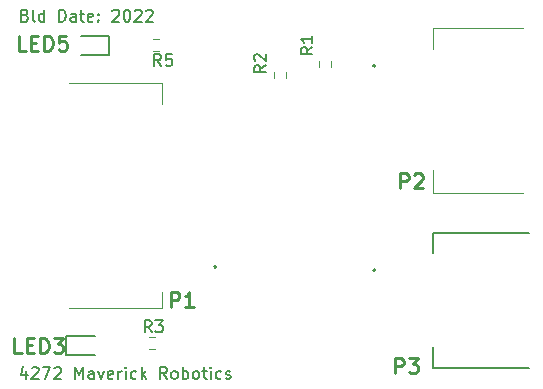
<source format=gbr>
%TF.GenerationSoftware,KiCad,Pcbnew,(6.0.6)*%
%TF.CreationDate,2022-07-19T20:12:23-04:00*%
%TF.ProjectId,4272SparkMaxBreakout,34323732-5370-4617-926b-4d6178427265,rev?*%
%TF.SameCoordinates,Original*%
%TF.FileFunction,Legend,Top*%
%TF.FilePolarity,Positive*%
%FSLAX46Y46*%
G04 Gerber Fmt 4.6, Leading zero omitted, Abs format (unit mm)*
G04 Created by KiCad (PCBNEW (6.0.6)) date 2022-07-19 20:12:23*
%MOMM*%
%LPD*%
G01*
G04 APERTURE LIST*
%ADD10C,0.150000*%
%ADD11C,0.254000*%
%ADD12C,0.100000*%
%ADD13C,0.200000*%
%ADD14C,0.120000*%
G04 APERTURE END LIST*
D10*
X97871428Y-113935714D02*
X97871428Y-114602380D01*
X97633333Y-113554761D02*
X97395238Y-114269047D01*
X98014285Y-114269047D01*
X98347619Y-113697619D02*
X98395238Y-113650000D01*
X98490476Y-113602380D01*
X98728571Y-113602380D01*
X98823809Y-113650000D01*
X98871428Y-113697619D01*
X98919047Y-113792857D01*
X98919047Y-113888095D01*
X98871428Y-114030952D01*
X98300000Y-114602380D01*
X98919047Y-114602380D01*
X99252380Y-113602380D02*
X99919047Y-113602380D01*
X99490476Y-114602380D01*
X100252380Y-113697619D02*
X100300000Y-113650000D01*
X100395238Y-113602380D01*
X100633333Y-113602380D01*
X100728571Y-113650000D01*
X100776190Y-113697619D01*
X100823809Y-113792857D01*
X100823809Y-113888095D01*
X100776190Y-114030952D01*
X100204761Y-114602380D01*
X100823809Y-114602380D01*
X102014285Y-114602380D02*
X102014285Y-113602380D01*
X102347619Y-114316666D01*
X102680952Y-113602380D01*
X102680952Y-114602380D01*
X103585714Y-114602380D02*
X103585714Y-114078571D01*
X103538095Y-113983333D01*
X103442857Y-113935714D01*
X103252380Y-113935714D01*
X103157142Y-113983333D01*
X103585714Y-114554761D02*
X103490476Y-114602380D01*
X103252380Y-114602380D01*
X103157142Y-114554761D01*
X103109523Y-114459523D01*
X103109523Y-114364285D01*
X103157142Y-114269047D01*
X103252380Y-114221428D01*
X103490476Y-114221428D01*
X103585714Y-114173809D01*
X103966666Y-113935714D02*
X104204761Y-114602380D01*
X104442857Y-113935714D01*
X105204761Y-114554761D02*
X105109523Y-114602380D01*
X104919047Y-114602380D01*
X104823809Y-114554761D01*
X104776190Y-114459523D01*
X104776190Y-114078571D01*
X104823809Y-113983333D01*
X104919047Y-113935714D01*
X105109523Y-113935714D01*
X105204761Y-113983333D01*
X105252380Y-114078571D01*
X105252380Y-114173809D01*
X104776190Y-114269047D01*
X105680952Y-114602380D02*
X105680952Y-113935714D01*
X105680952Y-114126190D02*
X105728571Y-114030952D01*
X105776190Y-113983333D01*
X105871428Y-113935714D01*
X105966666Y-113935714D01*
X106300000Y-114602380D02*
X106300000Y-113935714D01*
X106300000Y-113602380D02*
X106252380Y-113650000D01*
X106300000Y-113697619D01*
X106347619Y-113650000D01*
X106300000Y-113602380D01*
X106300000Y-113697619D01*
X107204761Y-114554761D02*
X107109523Y-114602380D01*
X106919047Y-114602380D01*
X106823809Y-114554761D01*
X106776190Y-114507142D01*
X106728571Y-114411904D01*
X106728571Y-114126190D01*
X106776190Y-114030952D01*
X106823809Y-113983333D01*
X106919047Y-113935714D01*
X107109523Y-113935714D01*
X107204761Y-113983333D01*
X107633333Y-114602380D02*
X107633333Y-113602380D01*
X107728571Y-114221428D02*
X108014285Y-114602380D01*
X108014285Y-113935714D02*
X107633333Y-114316666D01*
X109776190Y-114602380D02*
X109442857Y-114126190D01*
X109204761Y-114602380D02*
X109204761Y-113602380D01*
X109585714Y-113602380D01*
X109680952Y-113650000D01*
X109728571Y-113697619D01*
X109776190Y-113792857D01*
X109776190Y-113935714D01*
X109728571Y-114030952D01*
X109680952Y-114078571D01*
X109585714Y-114126190D01*
X109204761Y-114126190D01*
X110347619Y-114602380D02*
X110252380Y-114554761D01*
X110204761Y-114507142D01*
X110157142Y-114411904D01*
X110157142Y-114126190D01*
X110204761Y-114030952D01*
X110252380Y-113983333D01*
X110347619Y-113935714D01*
X110490476Y-113935714D01*
X110585714Y-113983333D01*
X110633333Y-114030952D01*
X110680952Y-114126190D01*
X110680952Y-114411904D01*
X110633333Y-114507142D01*
X110585714Y-114554761D01*
X110490476Y-114602380D01*
X110347619Y-114602380D01*
X111109523Y-114602380D02*
X111109523Y-113602380D01*
X111109523Y-113983333D02*
X111204761Y-113935714D01*
X111395238Y-113935714D01*
X111490476Y-113983333D01*
X111538095Y-114030952D01*
X111585714Y-114126190D01*
X111585714Y-114411904D01*
X111538095Y-114507142D01*
X111490476Y-114554761D01*
X111395238Y-114602380D01*
X111204761Y-114602380D01*
X111109523Y-114554761D01*
X112157142Y-114602380D02*
X112061904Y-114554761D01*
X112014285Y-114507142D01*
X111966666Y-114411904D01*
X111966666Y-114126190D01*
X112014285Y-114030952D01*
X112061904Y-113983333D01*
X112157142Y-113935714D01*
X112300000Y-113935714D01*
X112395238Y-113983333D01*
X112442857Y-114030952D01*
X112490476Y-114126190D01*
X112490476Y-114411904D01*
X112442857Y-114507142D01*
X112395238Y-114554761D01*
X112300000Y-114602380D01*
X112157142Y-114602380D01*
X112776190Y-113935714D02*
X113157142Y-113935714D01*
X112919047Y-113602380D02*
X112919047Y-114459523D01*
X112966666Y-114554761D01*
X113061904Y-114602380D01*
X113157142Y-114602380D01*
X113490476Y-114602380D02*
X113490476Y-113935714D01*
X113490476Y-113602380D02*
X113442857Y-113650000D01*
X113490476Y-113697619D01*
X113538095Y-113650000D01*
X113490476Y-113602380D01*
X113490476Y-113697619D01*
X114395238Y-114554761D02*
X114300000Y-114602380D01*
X114109523Y-114602380D01*
X114014285Y-114554761D01*
X113966666Y-114507142D01*
X113919047Y-114411904D01*
X113919047Y-114126190D01*
X113966666Y-114030952D01*
X114014285Y-113983333D01*
X114109523Y-113935714D01*
X114300000Y-113935714D01*
X114395238Y-113983333D01*
X114776190Y-114554761D02*
X114871428Y-114602380D01*
X115061904Y-114602380D01*
X115157142Y-114554761D01*
X115204761Y-114459523D01*
X115204761Y-114411904D01*
X115157142Y-114316666D01*
X115061904Y-114269047D01*
X114919047Y-114269047D01*
X114823809Y-114221428D01*
X114776190Y-114126190D01*
X114776190Y-114078571D01*
X114823809Y-113983333D01*
X114919047Y-113935714D01*
X115061904Y-113935714D01*
X115157142Y-113983333D01*
X97785714Y-83828571D02*
X97928571Y-83876190D01*
X97976190Y-83923809D01*
X98023809Y-84019047D01*
X98023809Y-84161904D01*
X97976190Y-84257142D01*
X97928571Y-84304761D01*
X97833333Y-84352380D01*
X97452380Y-84352380D01*
X97452380Y-83352380D01*
X97785714Y-83352380D01*
X97880952Y-83400000D01*
X97928571Y-83447619D01*
X97976190Y-83542857D01*
X97976190Y-83638095D01*
X97928571Y-83733333D01*
X97880952Y-83780952D01*
X97785714Y-83828571D01*
X97452380Y-83828571D01*
X98595238Y-84352380D02*
X98500000Y-84304761D01*
X98452380Y-84209523D01*
X98452380Y-83352380D01*
X99404761Y-84352380D02*
X99404761Y-83352380D01*
X99404761Y-84304761D02*
X99309523Y-84352380D01*
X99119047Y-84352380D01*
X99023809Y-84304761D01*
X98976190Y-84257142D01*
X98928571Y-84161904D01*
X98928571Y-83876190D01*
X98976190Y-83780952D01*
X99023809Y-83733333D01*
X99119047Y-83685714D01*
X99309523Y-83685714D01*
X99404761Y-83733333D01*
X100642857Y-84352380D02*
X100642857Y-83352380D01*
X100880952Y-83352380D01*
X101023809Y-83400000D01*
X101119047Y-83495238D01*
X101166666Y-83590476D01*
X101214285Y-83780952D01*
X101214285Y-83923809D01*
X101166666Y-84114285D01*
X101119047Y-84209523D01*
X101023809Y-84304761D01*
X100880952Y-84352380D01*
X100642857Y-84352380D01*
X102071428Y-84352380D02*
X102071428Y-83828571D01*
X102023809Y-83733333D01*
X101928571Y-83685714D01*
X101738095Y-83685714D01*
X101642857Y-83733333D01*
X102071428Y-84304761D02*
X101976190Y-84352380D01*
X101738095Y-84352380D01*
X101642857Y-84304761D01*
X101595238Y-84209523D01*
X101595238Y-84114285D01*
X101642857Y-84019047D01*
X101738095Y-83971428D01*
X101976190Y-83971428D01*
X102071428Y-83923809D01*
X102404761Y-83685714D02*
X102785714Y-83685714D01*
X102547619Y-83352380D02*
X102547619Y-84209523D01*
X102595238Y-84304761D01*
X102690476Y-84352380D01*
X102785714Y-84352380D01*
X103500000Y-84304761D02*
X103404761Y-84352380D01*
X103214285Y-84352380D01*
X103119047Y-84304761D01*
X103071428Y-84209523D01*
X103071428Y-83828571D01*
X103119047Y-83733333D01*
X103214285Y-83685714D01*
X103404761Y-83685714D01*
X103500000Y-83733333D01*
X103547619Y-83828571D01*
X103547619Y-83923809D01*
X103071428Y-84019047D01*
X103976190Y-84257142D02*
X104023809Y-84304761D01*
X103976190Y-84352380D01*
X103928571Y-84304761D01*
X103976190Y-84257142D01*
X103976190Y-84352380D01*
X103976190Y-83733333D02*
X104023809Y-83780952D01*
X103976190Y-83828571D01*
X103928571Y-83780952D01*
X103976190Y-83733333D01*
X103976190Y-83828571D01*
X105166666Y-83447619D02*
X105214285Y-83400000D01*
X105309523Y-83352380D01*
X105547619Y-83352380D01*
X105642857Y-83400000D01*
X105690476Y-83447619D01*
X105738095Y-83542857D01*
X105738095Y-83638095D01*
X105690476Y-83780952D01*
X105119047Y-84352380D01*
X105738095Y-84352380D01*
X106357142Y-83352380D02*
X106452380Y-83352380D01*
X106547619Y-83400000D01*
X106595238Y-83447619D01*
X106642857Y-83542857D01*
X106690476Y-83733333D01*
X106690476Y-83971428D01*
X106642857Y-84161904D01*
X106595238Y-84257142D01*
X106547619Y-84304761D01*
X106452380Y-84352380D01*
X106357142Y-84352380D01*
X106261904Y-84304761D01*
X106214285Y-84257142D01*
X106166666Y-84161904D01*
X106119047Y-83971428D01*
X106119047Y-83733333D01*
X106166666Y-83542857D01*
X106214285Y-83447619D01*
X106261904Y-83400000D01*
X106357142Y-83352380D01*
X107071428Y-83447619D02*
X107119047Y-83400000D01*
X107214285Y-83352380D01*
X107452380Y-83352380D01*
X107547619Y-83400000D01*
X107595238Y-83447619D01*
X107642857Y-83542857D01*
X107642857Y-83638095D01*
X107595238Y-83780952D01*
X107023809Y-84352380D01*
X107642857Y-84352380D01*
X108023809Y-83447619D02*
X108071428Y-83400000D01*
X108166666Y-83352380D01*
X108404761Y-83352380D01*
X108500000Y-83400000D01*
X108547619Y-83447619D01*
X108595238Y-83542857D01*
X108595238Y-83638095D01*
X108547619Y-83780952D01*
X107976190Y-84352380D01*
X108595238Y-84352380D01*
D11*
%TO.C,P1*%
X110112619Y-108524523D02*
X110112619Y-107254523D01*
X110596428Y-107254523D01*
X110717380Y-107315000D01*
X110777857Y-107375476D01*
X110838333Y-107496428D01*
X110838333Y-107677857D01*
X110777857Y-107798809D01*
X110717380Y-107859285D01*
X110596428Y-107919761D01*
X110112619Y-107919761D01*
X112047857Y-108524523D02*
X111322142Y-108524523D01*
X111685000Y-108524523D02*
X111685000Y-107254523D01*
X111564047Y-107435952D01*
X111443095Y-107556904D01*
X111322142Y-107617380D01*
D10*
%TO.C,R1*%
X122102380Y-86516666D02*
X121626190Y-86850000D01*
X122102380Y-87088095D02*
X121102380Y-87088095D01*
X121102380Y-86707142D01*
X121150000Y-86611904D01*
X121197619Y-86564285D01*
X121292857Y-86516666D01*
X121435714Y-86516666D01*
X121530952Y-86564285D01*
X121578571Y-86611904D01*
X121626190Y-86707142D01*
X121626190Y-87088095D01*
X122102380Y-85564285D02*
X122102380Y-86135714D01*
X122102380Y-85850000D02*
X121102380Y-85850000D01*
X121245238Y-85945238D01*
X121340476Y-86040476D01*
X121388095Y-86135714D01*
%TO.C,*%
%TO.C,R5*%
X109283333Y-88102380D02*
X108950000Y-87626190D01*
X108711904Y-88102380D02*
X108711904Y-87102380D01*
X109092857Y-87102380D01*
X109188095Y-87150000D01*
X109235714Y-87197619D01*
X109283333Y-87292857D01*
X109283333Y-87435714D01*
X109235714Y-87530952D01*
X109188095Y-87578571D01*
X109092857Y-87626190D01*
X108711904Y-87626190D01*
X110188095Y-87102380D02*
X109711904Y-87102380D01*
X109664285Y-87578571D01*
X109711904Y-87530952D01*
X109807142Y-87483333D01*
X110045238Y-87483333D01*
X110140476Y-87530952D01*
X110188095Y-87578571D01*
X110235714Y-87673809D01*
X110235714Y-87911904D01*
X110188095Y-88007142D01*
X110140476Y-88054761D01*
X110045238Y-88102380D01*
X109807142Y-88102380D01*
X109711904Y-88054761D01*
X109664285Y-88007142D01*
D11*
%TO.C,LED3*%
X97478809Y-112424523D02*
X96874047Y-112424523D01*
X96874047Y-111154523D01*
X97902142Y-111759285D02*
X98325476Y-111759285D01*
X98506904Y-112424523D02*
X97902142Y-112424523D01*
X97902142Y-111154523D01*
X98506904Y-111154523D01*
X99051190Y-112424523D02*
X99051190Y-111154523D01*
X99353571Y-111154523D01*
X99535000Y-111215000D01*
X99655952Y-111335952D01*
X99716428Y-111456904D01*
X99776904Y-111698809D01*
X99776904Y-111880238D01*
X99716428Y-112122142D01*
X99655952Y-112243095D01*
X99535000Y-112364047D01*
X99353571Y-112424523D01*
X99051190Y-112424523D01*
X100200238Y-111154523D02*
X100986428Y-111154523D01*
X100563095Y-111638333D01*
X100744523Y-111638333D01*
X100865476Y-111698809D01*
X100925952Y-111759285D01*
X100986428Y-111880238D01*
X100986428Y-112182619D01*
X100925952Y-112303571D01*
X100865476Y-112364047D01*
X100744523Y-112424523D01*
X100381666Y-112424523D01*
X100260714Y-112364047D01*
X100200238Y-112303571D01*
D10*
%TO.C,R2*%
X118152380Y-88066666D02*
X117676190Y-88400000D01*
X118152380Y-88638095D02*
X117152380Y-88638095D01*
X117152380Y-88257142D01*
X117200000Y-88161904D01*
X117247619Y-88114285D01*
X117342857Y-88066666D01*
X117485714Y-88066666D01*
X117580952Y-88114285D01*
X117628571Y-88161904D01*
X117676190Y-88257142D01*
X117676190Y-88638095D01*
X117247619Y-87685714D02*
X117200000Y-87638095D01*
X117152380Y-87542857D01*
X117152380Y-87304761D01*
X117200000Y-87209523D01*
X117247619Y-87161904D01*
X117342857Y-87114285D01*
X117438095Y-87114285D01*
X117580952Y-87161904D01*
X118152380Y-87733333D01*
X118152380Y-87114285D01*
D11*
%TO.C,P3*%
X129112619Y-114124523D02*
X129112619Y-112854523D01*
X129596428Y-112854523D01*
X129717380Y-112915000D01*
X129777857Y-112975476D01*
X129838333Y-113096428D01*
X129838333Y-113277857D01*
X129777857Y-113398809D01*
X129717380Y-113459285D01*
X129596428Y-113519761D01*
X129112619Y-113519761D01*
X130261666Y-112854523D02*
X131047857Y-112854523D01*
X130624523Y-113338333D01*
X130805952Y-113338333D01*
X130926904Y-113398809D01*
X130987380Y-113459285D01*
X131047857Y-113580238D01*
X131047857Y-113882619D01*
X130987380Y-114003571D01*
X130926904Y-114064047D01*
X130805952Y-114124523D01*
X130443095Y-114124523D01*
X130322142Y-114064047D01*
X130261666Y-114003571D01*
%TO.C,P2*%
X129512619Y-98474523D02*
X129512619Y-97204523D01*
X129996428Y-97204523D01*
X130117380Y-97265000D01*
X130177857Y-97325476D01*
X130238333Y-97446428D01*
X130238333Y-97627857D01*
X130177857Y-97748809D01*
X130117380Y-97809285D01*
X129996428Y-97869761D01*
X129512619Y-97869761D01*
X130722142Y-97325476D02*
X130782619Y-97265000D01*
X130903571Y-97204523D01*
X131205952Y-97204523D01*
X131326904Y-97265000D01*
X131387380Y-97325476D01*
X131447857Y-97446428D01*
X131447857Y-97567380D01*
X131387380Y-97748809D01*
X130661666Y-98474523D01*
X131447857Y-98474523D01*
D10*
%TO.C,R3*%
X108483333Y-110652380D02*
X108150000Y-110176190D01*
X107911904Y-110652380D02*
X107911904Y-109652380D01*
X108292857Y-109652380D01*
X108388095Y-109700000D01*
X108435714Y-109747619D01*
X108483333Y-109842857D01*
X108483333Y-109985714D01*
X108435714Y-110080952D01*
X108388095Y-110128571D01*
X108292857Y-110176190D01*
X107911904Y-110176190D01*
X108816666Y-109652380D02*
X109435714Y-109652380D01*
X109102380Y-110033333D01*
X109245238Y-110033333D01*
X109340476Y-110080952D01*
X109388095Y-110128571D01*
X109435714Y-110223809D01*
X109435714Y-110461904D01*
X109388095Y-110557142D01*
X109340476Y-110604761D01*
X109245238Y-110652380D01*
X108959523Y-110652380D01*
X108864285Y-110604761D01*
X108816666Y-110557142D01*
D11*
%TO.C,LED5*%
X97828809Y-86824523D02*
X97224047Y-86824523D01*
X97224047Y-85554523D01*
X98252142Y-86159285D02*
X98675476Y-86159285D01*
X98856904Y-86824523D02*
X98252142Y-86824523D01*
X98252142Y-85554523D01*
X98856904Y-85554523D01*
X99401190Y-86824523D02*
X99401190Y-85554523D01*
X99703571Y-85554523D01*
X99885000Y-85615000D01*
X100005952Y-85735952D01*
X100066428Y-85856904D01*
X100126904Y-86098809D01*
X100126904Y-86280238D01*
X100066428Y-86522142D01*
X100005952Y-86643095D01*
X99885000Y-86764047D01*
X99703571Y-86824523D01*
X99401190Y-86824523D01*
X101275952Y-85554523D02*
X100671190Y-85554523D01*
X100610714Y-86159285D01*
X100671190Y-86098809D01*
X100792142Y-86038333D01*
X101094523Y-86038333D01*
X101215476Y-86098809D01*
X101275952Y-86159285D01*
X101336428Y-86280238D01*
X101336428Y-86582619D01*
X101275952Y-86703571D01*
X101215476Y-86764047D01*
X101094523Y-86824523D01*
X100792142Y-86824523D01*
X100671190Y-86764047D01*
X100610714Y-86703571D01*
D12*
%TO.C,P1*%
X109400000Y-108595000D02*
X101490000Y-108595000D01*
D13*
X113890000Y-105010000D02*
X113890000Y-105010000D01*
D12*
X109400000Y-89525000D02*
X101490000Y-89525000D01*
X109400000Y-91310000D02*
X109400000Y-89525000D01*
D13*
X113890000Y-105210000D02*
X113890000Y-105210000D01*
D12*
X109400000Y-107210000D02*
X109400000Y-108595000D01*
D13*
X113890000Y-105210000D02*
G75*
G03*
X113890000Y-105010000I0J100000D01*
G01*
X113890000Y-105010000D02*
G75*
G03*
X113890000Y-105210000I0J-100000D01*
G01*
D14*
%TO.C,R1*%
X123712500Y-88242224D02*
X123712500Y-87732776D01*
X122667500Y-88242224D02*
X122667500Y-87732776D01*
%TO.C,R5*%
X108607776Y-85837500D02*
X109117224Y-85837500D01*
X108607776Y-86882500D02*
X109117224Y-86882500D01*
D13*
%TO.C,LED3*%
X101270000Y-112585000D02*
X103670000Y-112585000D01*
X103670000Y-110935000D02*
X101270000Y-110935000D01*
X101270000Y-110935000D02*
X101270000Y-112585000D01*
D14*
%TO.C,R2*%
X119902500Y-88645276D02*
X119902500Y-89154724D01*
X118857500Y-88645276D02*
X118857500Y-89154724D01*
D13*
%TO.C,P3*%
X127230000Y-105410000D02*
X127230000Y-105410000D01*
X132325000Y-102225000D02*
X139930000Y-102225000D01*
X127430000Y-105410000D02*
X127430000Y-105410000D01*
X132325000Y-103950000D02*
X132325000Y-102225000D01*
X139930000Y-102225000D02*
X140430000Y-102225000D01*
X140430000Y-113675000D02*
X132325000Y-113675000D01*
X132325000Y-113675000D02*
X132325000Y-111890000D01*
X127230000Y-105410000D02*
G75*
G03*
X127430000Y-105410000I100000J0D01*
G01*
X127430000Y-105410000D02*
G75*
G03*
X127230000Y-105410000I-100000J0D01*
G01*
D12*
%TO.C,P2*%
X132325000Y-98910000D02*
X139930000Y-98910000D01*
X132325000Y-86705000D02*
X132325000Y-84920000D01*
D13*
X127430000Y-88105000D02*
X127430000Y-88105000D01*
D12*
X132325000Y-84920000D02*
X139930000Y-84915000D01*
X132325000Y-96915000D02*
X132325000Y-98910000D01*
D13*
X127230000Y-88105000D02*
X127230000Y-88105000D01*
X127430000Y-88105000D02*
G75*
G03*
X127230000Y-88105000I-100000J0D01*
G01*
X127230000Y-88105000D02*
G75*
G03*
X127430000Y-88105000I100000J0D01*
G01*
D14*
%TO.C,R3*%
X108794724Y-112087500D02*
X108285276Y-112087500D01*
X108794724Y-111042500D02*
X108285276Y-111042500D01*
D13*
%TO.C,LED5*%
X104912500Y-85535000D02*
X102512500Y-85535000D01*
X102512500Y-87185000D02*
X104912500Y-87185000D01*
X104912500Y-87185000D02*
X104912500Y-85535000D01*
%TD*%
M02*

</source>
